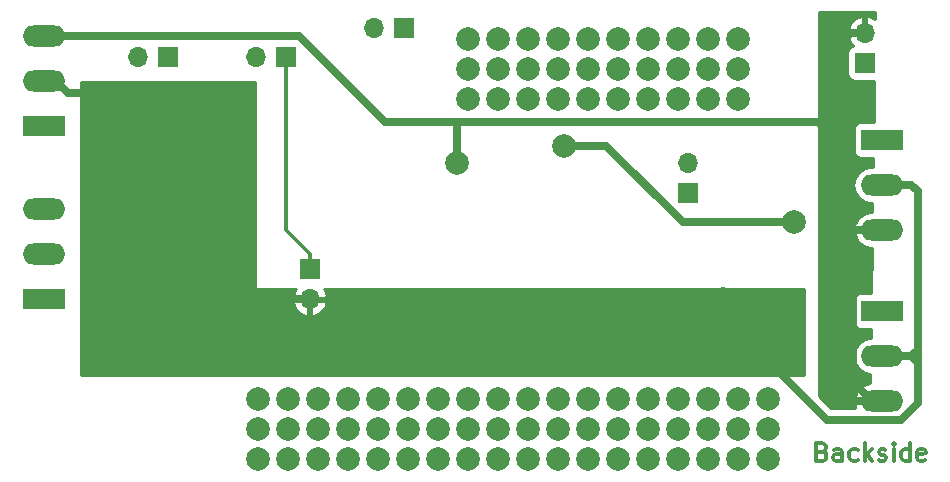
<source format=gbr>
G04 #@! TF.GenerationSoftware,KiCad,Pcbnew,(5.0.0)*
G04 #@! TF.CreationDate,2019-09-20T20:16:55+02:00*
G04 #@! TF.ProjectId,opampprotopcb,6F70616D7070726F746F7063622E6B69,rev?*
G04 #@! TF.SameCoordinates,Original*
G04 #@! TF.FileFunction,Copper,L2,Bot,Signal*
G04 #@! TF.FilePolarity,Positive*
%FSLAX46Y46*%
G04 Gerber Fmt 4.6, Leading zero omitted, Abs format (unit mm)*
G04 Created by KiCad (PCBNEW (5.0.0)) date 09/20/19 20:16:55*
%MOMM*%
%LPD*%
G01*
G04 APERTURE LIST*
G04 #@! TA.AperFunction,NonConductor*
%ADD10C,0.300000*%
G04 #@! TD*
G04 #@! TA.AperFunction,ComponentPad*
%ADD11R,3.600000X1.800000*%
G04 #@! TD*
G04 #@! TA.AperFunction,ComponentPad*
%ADD12O,3.600000X1.800000*%
G04 #@! TD*
G04 #@! TA.AperFunction,ComponentPad*
%ADD13R,1.700000X1.700000*%
G04 #@! TD*
G04 #@! TA.AperFunction,ComponentPad*
%ADD14O,1.700000X1.700000*%
G04 #@! TD*
G04 #@! TA.AperFunction,ViaPad*
%ADD15C,2.000000*%
G04 #@! TD*
G04 #@! TA.AperFunction,Conductor*
%ADD16C,0.350000*%
G04 #@! TD*
G04 #@! TA.AperFunction,Conductor*
%ADD17C,0.650000*%
G04 #@! TD*
G04 #@! TA.AperFunction,Conductor*
%ADD18C,0.254000*%
G04 #@! TD*
G04 APERTURE END LIST*
D10*
X85892857Y-62892857D02*
X86107142Y-62964285D01*
X86178571Y-63035714D01*
X86250000Y-63178571D01*
X86250000Y-63392857D01*
X86178571Y-63535714D01*
X86107142Y-63607142D01*
X85964285Y-63678571D01*
X85392857Y-63678571D01*
X85392857Y-62178571D01*
X85892857Y-62178571D01*
X86035714Y-62250000D01*
X86107142Y-62321428D01*
X86178571Y-62464285D01*
X86178571Y-62607142D01*
X86107142Y-62750000D01*
X86035714Y-62821428D01*
X85892857Y-62892857D01*
X85392857Y-62892857D01*
X87535714Y-63678571D02*
X87535714Y-62892857D01*
X87464285Y-62750000D01*
X87321428Y-62678571D01*
X87035714Y-62678571D01*
X86892857Y-62750000D01*
X87535714Y-63607142D02*
X87392857Y-63678571D01*
X87035714Y-63678571D01*
X86892857Y-63607142D01*
X86821428Y-63464285D01*
X86821428Y-63321428D01*
X86892857Y-63178571D01*
X87035714Y-63107142D01*
X87392857Y-63107142D01*
X87535714Y-63035714D01*
X88892857Y-63607142D02*
X88750000Y-63678571D01*
X88464285Y-63678571D01*
X88321428Y-63607142D01*
X88250000Y-63535714D01*
X88178571Y-63392857D01*
X88178571Y-62964285D01*
X88250000Y-62821428D01*
X88321428Y-62750000D01*
X88464285Y-62678571D01*
X88750000Y-62678571D01*
X88892857Y-62750000D01*
X89535714Y-63678571D02*
X89535714Y-62178571D01*
X89678571Y-63107142D02*
X90107142Y-63678571D01*
X90107142Y-62678571D02*
X89535714Y-63250000D01*
X90678571Y-63607142D02*
X90821428Y-63678571D01*
X91107142Y-63678571D01*
X91250000Y-63607142D01*
X91321428Y-63464285D01*
X91321428Y-63392857D01*
X91250000Y-63250000D01*
X91107142Y-63178571D01*
X90892857Y-63178571D01*
X90750000Y-63107142D01*
X90678571Y-62964285D01*
X90678571Y-62892857D01*
X90750000Y-62750000D01*
X90892857Y-62678571D01*
X91107142Y-62678571D01*
X91250000Y-62750000D01*
X91964285Y-63678571D02*
X91964285Y-62678571D01*
X91964285Y-62178571D02*
X91892857Y-62250000D01*
X91964285Y-62321428D01*
X92035714Y-62250000D01*
X91964285Y-62178571D01*
X91964285Y-62321428D01*
X93321428Y-63678571D02*
X93321428Y-62178571D01*
X93321428Y-63607142D02*
X93178571Y-63678571D01*
X92892857Y-63678571D01*
X92750000Y-63607142D01*
X92678571Y-63535714D01*
X92607142Y-63392857D01*
X92607142Y-62964285D01*
X92678571Y-62821428D01*
X92750000Y-62750000D01*
X92892857Y-62678571D01*
X93178571Y-62678571D01*
X93321428Y-62750000D01*
X94607142Y-63607142D02*
X94464285Y-63678571D01*
X94178571Y-63678571D01*
X94035714Y-63607142D01*
X93964285Y-63464285D01*
X93964285Y-62892857D01*
X94035714Y-62750000D01*
X94178571Y-62678571D01*
X94464285Y-62678571D01*
X94607142Y-62750000D01*
X94678571Y-62892857D01*
X94678571Y-63035714D01*
X93964285Y-63178571D01*
D11*
G04 #@! TO.P,J1,1*
G04 #@! TO.N,VCC*
X91000000Y-51000000D03*
D12*
G04 #@! TO.P,J1,2*
G04 #@! TO.N,GND*
X91000000Y-54810000D03*
G04 #@! TO.P,J1,3*
G04 #@! TO.N,VEE*
X91000000Y-58620000D03*
G04 #@! TD*
D11*
G04 #@! TO.P,J2,1*
G04 #@! TO.N,INV_In1*
X20000000Y-50000000D03*
D12*
G04 #@! TO.P,J2,2*
G04 #@! TO.N,Net-(C3-Pad2)*
X20000000Y-46190000D03*
G04 #@! TO.P,J2,3*
G04 #@! TO.N,Net-(C4-Pad2)*
X20000000Y-42380000D03*
G04 #@! TD*
G04 #@! TO.P,J3,3*
G04 #@! TO.N,VEE*
X20000000Y-27690000D03*
G04 #@! TO.P,J3,2*
G04 #@! TO.N,GND*
X20000000Y-31500000D03*
D11*
G04 #@! TO.P,J3,1*
G04 #@! TO.N,N_INV_In*
X20000000Y-35310000D03*
G04 #@! TD*
D13*
G04 #@! TO.P,J4,1*
G04 #@! TO.N,Net-(C1-Pad2)*
X30500000Y-29500000D03*
D14*
G04 #@! TO.P,J4,2*
G04 #@! TO.N,N_INV_In*
X27960000Y-29500000D03*
G04 #@! TD*
D13*
G04 #@! TO.P,J5,1*
G04 #@! TO.N,Net-(C5-Pad2)*
X42500000Y-47460000D03*
D14*
G04 #@! TO.P,J5,2*
G04 #@! TO.N,GND*
X42500000Y-50000000D03*
G04 #@! TD*
D13*
G04 #@! TO.P,J6,1*
G04 #@! TO.N,Net-(C5-Pad2)*
X40500000Y-29500000D03*
D14*
G04 #@! TO.P,J6,2*
G04 #@! TO.N,Net-(C1-Pad2)*
X37960000Y-29500000D03*
G04 #@! TD*
G04 #@! TO.P,J7,2*
G04 #@! TO.N,Net-(C1-Pad2)*
X47960000Y-27000000D03*
D13*
G04 #@! TO.P,J7,1*
G04 #@! TO.N,OUTPUT*
X50500000Y-27000000D03*
G04 #@! TD*
G04 #@! TO.P,J8,1*
G04 #@! TO.N,GND*
X74500000Y-41000000D03*
D14*
G04 #@! TO.P,J8,2*
G04 #@! TO.N,Net-(J8-Pad2)*
X74500000Y-38460000D03*
G04 #@! TD*
D12*
G04 #@! TO.P,J9,3*
G04 #@! TO.N,VEE*
X91000000Y-44120000D03*
G04 #@! TO.P,J9,2*
G04 #@! TO.N,GND*
X91000000Y-40310000D03*
D11*
G04 #@! TO.P,J9,1*
G04 #@! TO.N,OUTPUT*
X91000000Y-36500000D03*
G04 #@! TD*
D14*
G04 #@! TO.P,J10,2*
G04 #@! TO.N,VEE*
X89500000Y-27460000D03*
D13*
G04 #@! TO.P,J10,1*
G04 #@! TO.N,VCC*
X89500000Y-30000000D03*
G04 #@! TD*
D15*
G04 #@! TO.N,*
X55880000Y-27940000D03*
X58420000Y-27940000D03*
X55880000Y-30480000D03*
X58420000Y-30480000D03*
X55880000Y-33020000D03*
X58420000Y-33020000D03*
X60960000Y-33020000D03*
X60960000Y-30480000D03*
X60960000Y-27940000D03*
X63500000Y-27940000D03*
X63500000Y-30480000D03*
X63500000Y-33020000D03*
X66040000Y-33020000D03*
X66040000Y-30480000D03*
X66040000Y-27940000D03*
X68580000Y-27940000D03*
X68580000Y-30480000D03*
X68580000Y-33020000D03*
X71120000Y-33020000D03*
X71120000Y-30480000D03*
X71120000Y-27940000D03*
X73660000Y-27940000D03*
X73660000Y-30480000D03*
X73660000Y-33020000D03*
X76200000Y-33020000D03*
X76200000Y-30480000D03*
X76200000Y-27940000D03*
X78740000Y-27940000D03*
X78740000Y-30480000D03*
X78740000Y-33020000D03*
X38100000Y-58420000D03*
X38100000Y-60960000D03*
X38100000Y-63500000D03*
X40640000Y-63500000D03*
X40640000Y-60960000D03*
X40640000Y-58420000D03*
X43180000Y-58420000D03*
X43180000Y-60960000D03*
X43180000Y-63500000D03*
X45720000Y-63500000D03*
X48260000Y-63500000D03*
X50800000Y-63500000D03*
X53340000Y-60960000D03*
X53340000Y-63500000D03*
X55880000Y-63500000D03*
X58420000Y-63500000D03*
X55880000Y-60960000D03*
X58420000Y-60960000D03*
X58420000Y-58420000D03*
X55880000Y-58420000D03*
X53340000Y-58420000D03*
X50800000Y-58420000D03*
X48260000Y-58420000D03*
X45720000Y-58420000D03*
X45720000Y-60960000D03*
X48260000Y-60960000D03*
X50800000Y-60960000D03*
X60960000Y-58420000D03*
X60960000Y-60960000D03*
X60960000Y-63500000D03*
X66040000Y-63500000D03*
X63500000Y-63500000D03*
X63500000Y-60960000D03*
X66040000Y-58420000D03*
X66040000Y-60960000D03*
X63500000Y-58420000D03*
X68580000Y-58420000D03*
X68580000Y-60960000D03*
X68580000Y-63500000D03*
X71120000Y-63500000D03*
X71120000Y-60960000D03*
X71120000Y-58420000D03*
X73660000Y-58420000D03*
X73660000Y-60960000D03*
X73660000Y-63500000D03*
X76200000Y-63500000D03*
X76200000Y-60960000D03*
X76200000Y-58420000D03*
X78740000Y-58420000D03*
X78740000Y-60960000D03*
X78740000Y-63500000D03*
X81280000Y-63500000D03*
X81280000Y-60960000D03*
X81280000Y-58420000D03*
G04 #@! TO.N,GND*
X77500000Y-50000000D03*
G04 #@! TO.N,VCC*
X83500000Y-43500000D03*
X64000000Y-37000000D03*
G04 #@! TO.N,VEE*
X55000000Y-38500000D03*
G04 #@! TD*
D16*
G04 #@! TO.N,Net-(C5-Pad2)*
X42500000Y-47460000D02*
X42500000Y-46134700D01*
X42500000Y-46134700D02*
X40500000Y-44134700D01*
X40500000Y-44134700D02*
X40500000Y-29500000D01*
G04 #@! TO.N,GND*
X42500000Y-50000000D02*
X41174700Y-50000000D01*
D17*
X20000000Y-31500000D02*
X21000000Y-31500000D01*
X21000000Y-31500000D02*
X22000000Y-32500000D01*
X22000000Y-32500000D02*
X24500000Y-32500000D01*
X24500000Y-32500000D02*
X26000000Y-34000000D01*
X26000000Y-34000000D02*
X26000000Y-48000000D01*
X28000000Y-50000000D02*
X42500000Y-50000000D01*
X26000000Y-48000000D02*
X28000000Y-50000000D01*
X91900000Y-54810000D02*
X91000000Y-54810000D01*
X77500000Y-51414213D02*
X77500000Y-50000000D01*
X93450000Y-40310000D02*
X94000000Y-40860000D01*
X94000000Y-58747400D02*
X92552390Y-60195010D01*
X92552390Y-60195010D02*
X86280797Y-60195010D01*
X91000000Y-40310000D02*
X93450000Y-40310000D01*
X86280797Y-60195010D02*
X77500000Y-51414213D01*
X94000000Y-54260000D02*
X94000000Y-54000000D01*
X93450000Y-54810000D02*
X94000000Y-54260000D01*
X94000000Y-40860000D02*
X94000000Y-54000000D01*
X94000000Y-54000000D02*
X94000000Y-55000000D01*
X94000000Y-55360000D02*
X94000000Y-55500000D01*
X93450000Y-54810000D02*
X94000000Y-55360000D01*
X91000000Y-54810000D02*
X93450000Y-54810000D01*
X94000000Y-55000000D02*
X94000000Y-55500000D01*
X94000000Y-55500000D02*
X94000000Y-58747400D01*
G04 #@! TO.N,VCC*
X74084998Y-43500000D02*
X67584998Y-37000000D01*
X83500000Y-43500000D02*
X74084998Y-43500000D01*
X67584998Y-37000000D02*
X64000000Y-37000000D01*
X64000000Y-37000000D02*
X64000000Y-37000000D01*
G04 #@! TO.N,VEE*
X90100000Y-44120000D02*
X91000000Y-44120000D01*
X90100000Y-58620000D02*
X88500000Y-57020000D01*
X91000000Y-58620000D02*
X90100000Y-58620000D01*
X88500000Y-44170000D02*
X88500000Y-57020000D01*
X88550000Y-44120000D02*
X88500000Y-44170000D01*
X91000000Y-44120000D02*
X88550000Y-44120000D01*
X87500000Y-28257919D02*
X87500000Y-57570000D01*
X88297919Y-27460000D02*
X87500000Y-28257919D01*
X89500000Y-27460000D02*
X88297919Y-27460000D01*
X41605002Y-27690000D02*
X48915002Y-35000000D01*
X88550000Y-58620000D02*
X91000000Y-58620000D01*
X20000000Y-27690000D02*
X41605002Y-27690000D01*
X85500000Y-35000000D02*
X86500000Y-36000000D01*
X86500000Y-36000000D02*
X86500000Y-58000000D01*
X86500000Y-58000000D02*
X87120000Y-58620000D01*
X87500000Y-57570000D02*
X87500000Y-58620000D01*
X87120000Y-58620000D02*
X87500000Y-58620000D01*
X87500000Y-58620000D02*
X88550000Y-58620000D01*
X55000000Y-35000000D02*
X55000000Y-38500000D01*
X55000000Y-35000000D02*
X85500000Y-35000000D01*
X48915002Y-35000000D02*
X55000000Y-35000000D01*
X55000000Y-38500000D02*
X55000000Y-38500000D01*
G04 #@! TD*
D18*
G04 #@! TO.N,GND*
G36*
X37873000Y-49000000D02*
X37882667Y-49048601D01*
X37910197Y-49089803D01*
X37951399Y-49117333D01*
X38000000Y-49127000D01*
X41325026Y-49127000D01*
X41228355Y-49233076D01*
X41058524Y-49643110D01*
X41179845Y-49873000D01*
X42373000Y-49873000D01*
X42373000Y-49853000D01*
X42627000Y-49853000D01*
X42627000Y-49873000D01*
X43820155Y-49873000D01*
X43941476Y-49643110D01*
X43771645Y-49233076D01*
X43674974Y-49127000D01*
X84373000Y-49127000D01*
X84373000Y-56373000D01*
X23127000Y-56373000D01*
X23127000Y-50356890D01*
X41058524Y-50356890D01*
X41228355Y-50766924D01*
X41618642Y-51195183D01*
X42143108Y-51441486D01*
X42373000Y-51320819D01*
X42373000Y-50127000D01*
X42627000Y-50127000D01*
X42627000Y-51320819D01*
X42856892Y-51441486D01*
X43381358Y-51195183D01*
X43771645Y-50766924D01*
X43941476Y-50356890D01*
X43820155Y-50127000D01*
X42627000Y-50127000D01*
X42373000Y-50127000D01*
X41179845Y-50127000D01*
X41058524Y-50356890D01*
X23127000Y-50356890D01*
X23127000Y-31627000D01*
X37873000Y-31627000D01*
X37873000Y-49000000D01*
X37873000Y-49000000D01*
G37*
X37873000Y-49000000D02*
X37882667Y-49048601D01*
X37910197Y-49089803D01*
X37951399Y-49117333D01*
X38000000Y-49127000D01*
X41325026Y-49127000D01*
X41228355Y-49233076D01*
X41058524Y-49643110D01*
X41179845Y-49873000D01*
X42373000Y-49873000D01*
X42373000Y-49853000D01*
X42627000Y-49853000D01*
X42627000Y-49873000D01*
X43820155Y-49873000D01*
X43941476Y-49643110D01*
X43771645Y-49233076D01*
X43674974Y-49127000D01*
X84373000Y-49127000D01*
X84373000Y-56373000D01*
X23127000Y-56373000D01*
X23127000Y-50356890D01*
X41058524Y-50356890D01*
X41228355Y-50766924D01*
X41618642Y-51195183D01*
X42143108Y-51441486D01*
X42373000Y-51320819D01*
X42373000Y-50127000D01*
X42627000Y-50127000D01*
X42627000Y-51320819D01*
X42856892Y-51441486D01*
X43381358Y-51195183D01*
X43771645Y-50766924D01*
X43941476Y-50356890D01*
X43820155Y-50127000D01*
X42627000Y-50127000D01*
X42373000Y-50127000D01*
X41179845Y-50127000D01*
X41058524Y-50356890D01*
X23127000Y-50356890D01*
X23127000Y-31627000D01*
X37873000Y-31627000D01*
X37873000Y-49000000D01*
G04 #@! TO.N,VEE*
G36*
X90362488Y-26255955D02*
X89856892Y-26018514D01*
X89627000Y-26139181D01*
X89627000Y-27333000D01*
X89647000Y-27333000D01*
X89647000Y-27587000D01*
X89627000Y-27587000D01*
X89627000Y-27607000D01*
X89373000Y-27607000D01*
X89373000Y-27587000D01*
X88179845Y-27587000D01*
X88058524Y-27816890D01*
X88228355Y-28226924D01*
X88505708Y-28531261D01*
X88402235Y-28551843D01*
X88192191Y-28692191D01*
X88051843Y-28902235D01*
X88002560Y-29150000D01*
X88002560Y-30850000D01*
X88051843Y-31097765D01*
X88192191Y-31307809D01*
X88402235Y-31448157D01*
X88650000Y-31497440D01*
X90289690Y-31497440D01*
X90241702Y-34952560D01*
X89200000Y-34952560D01*
X88952235Y-35001843D01*
X88742191Y-35142191D01*
X88601843Y-35352235D01*
X88552560Y-35600000D01*
X88552560Y-37400000D01*
X88601843Y-37647765D01*
X88742191Y-37857809D01*
X88952235Y-37998157D01*
X89200000Y-38047440D01*
X90198718Y-38047440D01*
X90188613Y-38775000D01*
X89948818Y-38775000D01*
X89501073Y-38864062D01*
X88993327Y-39203327D01*
X88654062Y-39711073D01*
X88534928Y-40310000D01*
X88654062Y-40908927D01*
X88993327Y-41416673D01*
X89501073Y-41755938D01*
X89948818Y-41845000D01*
X90145974Y-41845000D01*
X90135696Y-42585000D01*
X89973000Y-42585000D01*
X89395248Y-42750446D01*
X88924788Y-43124394D01*
X88633244Y-43649914D01*
X88608964Y-43755260D01*
X88729622Y-43993000D01*
X90116140Y-43993000D01*
X90112612Y-44247000D01*
X88729622Y-44247000D01*
X88608964Y-44484740D01*
X88633244Y-44590086D01*
X88924788Y-45115606D01*
X89395248Y-45489554D01*
X89973000Y-45655000D01*
X90093057Y-45655000D01*
X90040313Y-49452560D01*
X89200000Y-49452560D01*
X88952235Y-49501843D01*
X88742191Y-49642191D01*
X88601843Y-49852235D01*
X88552560Y-50100000D01*
X88552560Y-51900000D01*
X88601843Y-52147765D01*
X88742191Y-52357809D01*
X88952235Y-52498157D01*
X89200000Y-52547440D01*
X89997328Y-52547440D01*
X89987223Y-53275000D01*
X89948818Y-53275000D01*
X89501073Y-53364062D01*
X88993327Y-53703327D01*
X88654062Y-54211073D01*
X88534928Y-54810000D01*
X88654062Y-55408927D01*
X88993327Y-55916673D01*
X89501073Y-56255938D01*
X89944596Y-56344160D01*
X89934152Y-57096125D01*
X89395248Y-57250446D01*
X88924788Y-57624394D01*
X88633244Y-58149914D01*
X88608964Y-58255260D01*
X88729622Y-58493000D01*
X89914751Y-58493000D01*
X89911223Y-58747000D01*
X88729622Y-58747000D01*
X88608964Y-58984740D01*
X88633244Y-59090086D01*
X88713644Y-59235010D01*
X86678442Y-59235010D01*
X85627000Y-58183568D01*
X85627000Y-27103110D01*
X88058524Y-27103110D01*
X88179845Y-27333000D01*
X89373000Y-27333000D01*
X89373000Y-26139181D01*
X89143108Y-26018514D01*
X88618642Y-26264817D01*
X88228355Y-26693076D01*
X88058524Y-27103110D01*
X85627000Y-27103110D01*
X85627000Y-25710000D01*
X90370071Y-25710000D01*
X90362488Y-26255955D01*
X90362488Y-26255955D01*
G37*
X90362488Y-26255955D02*
X89856892Y-26018514D01*
X89627000Y-26139181D01*
X89627000Y-27333000D01*
X89647000Y-27333000D01*
X89647000Y-27587000D01*
X89627000Y-27587000D01*
X89627000Y-27607000D01*
X89373000Y-27607000D01*
X89373000Y-27587000D01*
X88179845Y-27587000D01*
X88058524Y-27816890D01*
X88228355Y-28226924D01*
X88505708Y-28531261D01*
X88402235Y-28551843D01*
X88192191Y-28692191D01*
X88051843Y-28902235D01*
X88002560Y-29150000D01*
X88002560Y-30850000D01*
X88051843Y-31097765D01*
X88192191Y-31307809D01*
X88402235Y-31448157D01*
X88650000Y-31497440D01*
X90289690Y-31497440D01*
X90241702Y-34952560D01*
X89200000Y-34952560D01*
X88952235Y-35001843D01*
X88742191Y-35142191D01*
X88601843Y-35352235D01*
X88552560Y-35600000D01*
X88552560Y-37400000D01*
X88601843Y-37647765D01*
X88742191Y-37857809D01*
X88952235Y-37998157D01*
X89200000Y-38047440D01*
X90198718Y-38047440D01*
X90188613Y-38775000D01*
X89948818Y-38775000D01*
X89501073Y-38864062D01*
X88993327Y-39203327D01*
X88654062Y-39711073D01*
X88534928Y-40310000D01*
X88654062Y-40908927D01*
X88993327Y-41416673D01*
X89501073Y-41755938D01*
X89948818Y-41845000D01*
X90145974Y-41845000D01*
X90135696Y-42585000D01*
X89973000Y-42585000D01*
X89395248Y-42750446D01*
X88924788Y-43124394D01*
X88633244Y-43649914D01*
X88608964Y-43755260D01*
X88729622Y-43993000D01*
X90116140Y-43993000D01*
X90112612Y-44247000D01*
X88729622Y-44247000D01*
X88608964Y-44484740D01*
X88633244Y-44590086D01*
X88924788Y-45115606D01*
X89395248Y-45489554D01*
X89973000Y-45655000D01*
X90093057Y-45655000D01*
X90040313Y-49452560D01*
X89200000Y-49452560D01*
X88952235Y-49501843D01*
X88742191Y-49642191D01*
X88601843Y-49852235D01*
X88552560Y-50100000D01*
X88552560Y-51900000D01*
X88601843Y-52147765D01*
X88742191Y-52357809D01*
X88952235Y-52498157D01*
X89200000Y-52547440D01*
X89997328Y-52547440D01*
X89987223Y-53275000D01*
X89948818Y-53275000D01*
X89501073Y-53364062D01*
X88993327Y-53703327D01*
X88654062Y-54211073D01*
X88534928Y-54810000D01*
X88654062Y-55408927D01*
X88993327Y-55916673D01*
X89501073Y-56255938D01*
X89944596Y-56344160D01*
X89934152Y-57096125D01*
X89395248Y-57250446D01*
X88924788Y-57624394D01*
X88633244Y-58149914D01*
X88608964Y-58255260D01*
X88729622Y-58493000D01*
X89914751Y-58493000D01*
X89911223Y-58747000D01*
X88729622Y-58747000D01*
X88608964Y-58984740D01*
X88633244Y-59090086D01*
X88713644Y-59235010D01*
X86678442Y-59235010D01*
X85627000Y-58183568D01*
X85627000Y-27103110D01*
X88058524Y-27103110D01*
X88179845Y-27333000D01*
X89373000Y-27333000D01*
X89373000Y-26139181D01*
X89143108Y-26018514D01*
X88618642Y-26264817D01*
X88228355Y-26693076D01*
X88058524Y-27103110D01*
X85627000Y-27103110D01*
X85627000Y-25710000D01*
X90370071Y-25710000D01*
X90362488Y-26255955D01*
G04 #@! TD*
M02*

</source>
